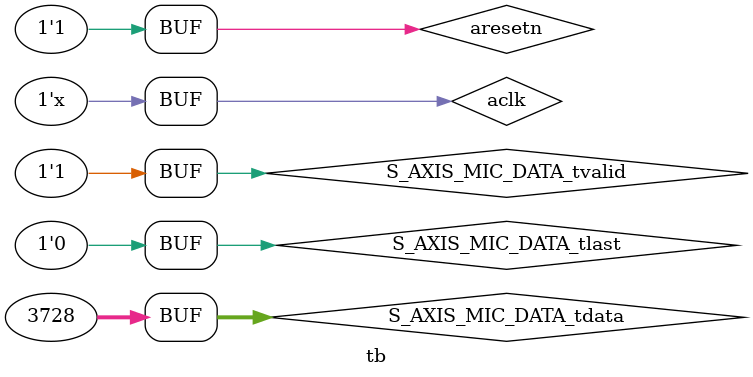
<source format=v>
`timescale 1ns / 1ps


module tb(

    );
    
    
    wire [31:0]M_AXIS_FFT_MAG_DOUT_tdata;
    wire M_AXIS_FFT_MAG_DOUT_tlast;
    wire [15:0]M_AXIS_FFT_MAG_DOUT_tuser;
    wire M_AXIS_FFT_MAG_DOUT_tvalid;
    reg [31:0]S_AXIS_MIC_DATA_tdata;
    reg S_AXIS_MIC_DATA_tlast;
    wire S_AXIS_MIC_DATA_tready;
    reg S_AXIS_MIC_DATA_tvalid;
    reg aclk;
    reg aresetn;
  
    fft_module_block fft_module_block_i
         (.M_AXIS_FFT_MAG_DOUT_tdata(M_AXIS_FFT_MAG_DOUT_tdata),
          .M_AXIS_FFT_MAG_DOUT_tlast(M_AXIS_FFT_MAG_DOUT_tlast),
          .M_AXIS_FFT_MAG_DOUT_tuser(M_AXIS_FFT_MAG_DOUT_tuser),
          .M_AXIS_FFT_MAG_DOUT_tvalid(M_AXIS_FFT_MAG_DOUT_tvalid),
          .S_AXIS_MIC_DATA_tdata(S_AXIS_MIC_DATA_tdata),
          .S_AXIS_MIC_DATA_tlast(S_AXIS_MIC_DATA_tlast),
          .S_AXIS_MIC_DATA_tready(S_AXIS_MIC_DATA_tready),
          .S_AXIS_MIC_DATA_tvalid(S_AXIS_MIC_DATA_tvalid),
          .aclk(aclk),
          .aresetn(aresetn));
    
    
    always #5 aclk = ~aclk;
    
    initial begin
        S_AXIS_MIC_DATA_tvalid = 1'b1;
        S_AXIS_MIC_DATA_tlast = 1'b0;
        S_AXIS_MIC_DATA_tdata = 3728;
        aclk = 1'b0;
        aresetn = 1'b0;
        #20 aresetn = 1'b1;
    end
    
endmodule

</source>
